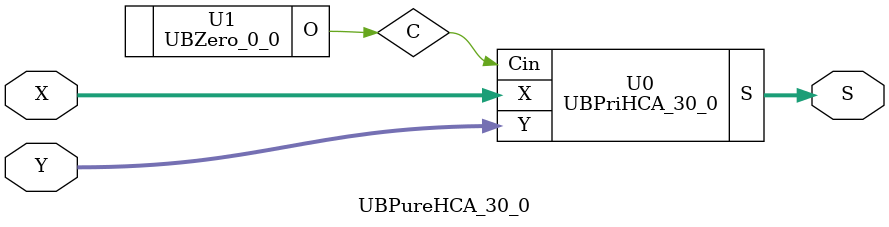
<source format=v>
/*----------------------------------------------------------------------------
  Copyright (c) 2021 Homma laboratory. All rights reserved.

  Top module: UBHCA_30_0_30_0

  Operand-1 length: 31
  Operand-2 length: 31
  Two-operand addition algorithm: Han-Carlson adder
----------------------------------------------------------------------------*/

module GPGenerator(Go, Po, A, B);
  output Go;
  output Po;
  input A;
  input B;
  assign Go = A & B;
  assign Po = A ^ B;
endmodule

module CarryOperator(Go, Po, Gi1, Pi1, Gi2, Pi2);
  output Go;
  output Po;
  input Gi1;
  input Gi2;
  input Pi1;
  input Pi2;
  assign Go = Gi1 | ( Gi2 & Pi1 );
  assign Po = Pi1 & Pi2;
endmodule

module UBPriHCA_30_0(S, X, Y, Cin);
  output [31:0] S;
  input Cin;
  input [30:0] X;
  input [30:0] Y;
  wire [30:0] G0;
  wire [30:0] G1;
  wire [30:0] G2;
  wire [30:0] G3;
  wire [30:0] G4;
  wire [30:0] G5;
  wire [30:0] G6;
  wire [30:0] P0;
  wire [30:0] P1;
  wire [30:0] P2;
  wire [30:0] P3;
  wire [30:0] P4;
  wire [30:0] P5;
  wire [30:0] P6;
  assign P1[0] = P0[0];
  assign G1[0] = G0[0];
  assign P1[2] = P0[2];
  assign G1[2] = G0[2];
  assign P1[4] = P0[4];
  assign G1[4] = G0[4];
  assign P1[6] = P0[6];
  assign G1[6] = G0[6];
  assign P1[8] = P0[8];
  assign G1[8] = G0[8];
  assign P1[10] = P0[10];
  assign G1[10] = G0[10];
  assign P1[12] = P0[12];
  assign G1[12] = G0[12];
  assign P1[14] = P0[14];
  assign G1[14] = G0[14];
  assign P1[16] = P0[16];
  assign G1[16] = G0[16];
  assign P1[18] = P0[18];
  assign G1[18] = G0[18];
  assign P1[20] = P0[20];
  assign G1[20] = G0[20];
  assign P1[22] = P0[22];
  assign G1[22] = G0[22];
  assign P1[24] = P0[24];
  assign G1[24] = G0[24];
  assign P1[26] = P0[26];
  assign G1[26] = G0[26];
  assign P1[28] = P0[28];
  assign G1[28] = G0[28];
  assign P1[30] = P0[30];
  assign G1[30] = G0[30];
  assign P2[0] = P1[0];
  assign G2[0] = G1[0];
  assign P2[1] = P1[1];
  assign G2[1] = G1[1];
  assign P2[2] = P1[2];
  assign G2[2] = G1[2];
  assign P2[4] = P1[4];
  assign G2[4] = G1[4];
  assign P2[6] = P1[6];
  assign G2[6] = G1[6];
  assign P2[8] = P1[8];
  assign G2[8] = G1[8];
  assign P2[10] = P1[10];
  assign G2[10] = G1[10];
  assign P2[12] = P1[12];
  assign G2[12] = G1[12];
  assign P2[14] = P1[14];
  assign G2[14] = G1[14];
  assign P2[16] = P1[16];
  assign G2[16] = G1[16];
  assign P2[18] = P1[18];
  assign G2[18] = G1[18];
  assign P2[20] = P1[20];
  assign G2[20] = G1[20];
  assign P2[22] = P1[22];
  assign G2[22] = G1[22];
  assign P2[24] = P1[24];
  assign G2[24] = G1[24];
  assign P2[26] = P1[26];
  assign G2[26] = G1[26];
  assign P2[28] = P1[28];
  assign G2[28] = G1[28];
  assign P2[30] = P1[30];
  assign G2[30] = G1[30];
  assign P3[0] = P2[0];
  assign G3[0] = G2[0];
  assign P3[1] = P2[1];
  assign G3[1] = G2[1];
  assign P3[2] = P2[2];
  assign G3[2] = G2[2];
  assign P3[3] = P2[3];
  assign G3[3] = G2[3];
  assign P3[4] = P2[4];
  assign G3[4] = G2[4];
  assign P3[6] = P2[6];
  assign G3[6] = G2[6];
  assign P3[8] = P2[8];
  assign G3[8] = G2[8];
  assign P3[10] = P2[10];
  assign G3[10] = G2[10];
  assign P3[12] = P2[12];
  assign G3[12] = G2[12];
  assign P3[14] = P2[14];
  assign G3[14] = G2[14];
  assign P3[16] = P2[16];
  assign G3[16] = G2[16];
  assign P3[18] = P2[18];
  assign G3[18] = G2[18];
  assign P3[20] = P2[20];
  assign G3[20] = G2[20];
  assign P3[22] = P2[22];
  assign G3[22] = G2[22];
  assign P3[24] = P2[24];
  assign G3[24] = G2[24];
  assign P3[26] = P2[26];
  assign G3[26] = G2[26];
  assign P3[28] = P2[28];
  assign G3[28] = G2[28];
  assign P3[30] = P2[30];
  assign G3[30] = G2[30];
  assign P4[0] = P3[0];
  assign G4[0] = G3[0];
  assign P4[1] = P3[1];
  assign G4[1] = G3[1];
  assign P4[2] = P3[2];
  assign G4[2] = G3[2];
  assign P4[3] = P3[3];
  assign G4[3] = G3[3];
  assign P4[4] = P3[4];
  assign G4[4] = G3[4];
  assign P4[5] = P3[5];
  assign G4[5] = G3[5];
  assign P4[6] = P3[6];
  assign G4[6] = G3[6];
  assign P4[7] = P3[7];
  assign G4[7] = G3[7];
  assign P4[8] = P3[8];
  assign G4[8] = G3[8];
  assign P4[10] = P3[10];
  assign G4[10] = G3[10];
  assign P4[12] = P3[12];
  assign G4[12] = G3[12];
  assign P4[14] = P3[14];
  assign G4[14] = G3[14];
  assign P4[16] = P3[16];
  assign G4[16] = G3[16];
  assign P4[18] = P3[18];
  assign G4[18] = G3[18];
  assign P4[20] = P3[20];
  assign G4[20] = G3[20];
  assign P4[22] = P3[22];
  assign G4[22] = G3[22];
  assign P4[24] = P3[24];
  assign G4[24] = G3[24];
  assign P4[26] = P3[26];
  assign G4[26] = G3[26];
  assign P4[28] = P3[28];
  assign G4[28] = G3[28];
  assign P4[30] = P3[30];
  assign G4[30] = G3[30];
  assign P5[0] = P4[0];
  assign G5[0] = G4[0];
  assign P5[1] = P4[1];
  assign G5[1] = G4[1];
  assign P5[2] = P4[2];
  assign G5[2] = G4[2];
  assign P5[3] = P4[3];
  assign G5[3] = G4[3];
  assign P5[4] = P4[4];
  assign G5[4] = G4[4];
  assign P5[5] = P4[5];
  assign G5[5] = G4[5];
  assign P5[6] = P4[6];
  assign G5[6] = G4[6];
  assign P5[7] = P4[7];
  assign G5[7] = G4[7];
  assign P5[8] = P4[8];
  assign G5[8] = G4[8];
  assign P5[9] = P4[9];
  assign G5[9] = G4[9];
  assign P5[10] = P4[10];
  assign G5[10] = G4[10];
  assign P5[11] = P4[11];
  assign G5[11] = G4[11];
  assign P5[12] = P4[12];
  assign G5[12] = G4[12];
  assign P5[13] = P4[13];
  assign G5[13] = G4[13];
  assign P5[14] = P4[14];
  assign G5[14] = G4[14];
  assign P5[15] = P4[15];
  assign G5[15] = G4[15];
  assign P5[16] = P4[16];
  assign G5[16] = G4[16];
  assign P5[18] = P4[18];
  assign G5[18] = G4[18];
  assign P5[20] = P4[20];
  assign G5[20] = G4[20];
  assign P5[22] = P4[22];
  assign G5[22] = G4[22];
  assign P5[24] = P4[24];
  assign G5[24] = G4[24];
  assign P5[26] = P4[26];
  assign G5[26] = G4[26];
  assign P5[28] = P4[28];
  assign G5[28] = G4[28];
  assign P5[30] = P4[30];
  assign G5[30] = G4[30];
  assign P6[0] = P5[0];
  assign G6[0] = G5[0];
  assign P6[1] = P5[1];
  assign G6[1] = G5[1];
  assign P6[3] = P5[3];
  assign G6[3] = G5[3];
  assign P6[5] = P5[5];
  assign G6[5] = G5[5];
  assign P6[7] = P5[7];
  assign G6[7] = G5[7];
  assign P6[9] = P5[9];
  assign G6[9] = G5[9];
  assign P6[11] = P5[11];
  assign G6[11] = G5[11];
  assign P6[13] = P5[13];
  assign G6[13] = G5[13];
  assign P6[15] = P5[15];
  assign G6[15] = G5[15];
  assign P6[17] = P5[17];
  assign G6[17] = G5[17];
  assign P6[19] = P5[19];
  assign G6[19] = G5[19];
  assign P6[21] = P5[21];
  assign G6[21] = G5[21];
  assign P6[23] = P5[23];
  assign G6[23] = G5[23];
  assign P6[25] = P5[25];
  assign G6[25] = G5[25];
  assign P6[27] = P5[27];
  assign G6[27] = G5[27];
  assign P6[29] = P5[29];
  assign G6[29] = G5[29];
  assign S[0] = Cin ^ P0[0];
  assign S[1] = ( G6[0] | ( P6[0] & Cin ) ) ^ P0[1];
  assign S[2] = ( G6[1] | ( P6[1] & Cin ) ) ^ P0[2];
  assign S[3] = ( G6[2] | ( P6[2] & Cin ) ) ^ P0[3];
  assign S[4] = ( G6[3] | ( P6[3] & Cin ) ) ^ P0[4];
  assign S[5] = ( G6[4] | ( P6[4] & Cin ) ) ^ P0[5];
  assign S[6] = ( G6[5] | ( P6[5] & Cin ) ) ^ P0[6];
  assign S[7] = ( G6[6] | ( P6[6] & Cin ) ) ^ P0[7];
  assign S[8] = ( G6[7] | ( P6[7] & Cin ) ) ^ P0[8];
  assign S[9] = ( G6[8] | ( P6[8] & Cin ) ) ^ P0[9];
  assign S[10] = ( G6[9] | ( P6[9] & Cin ) ) ^ P0[10];
  assign S[11] = ( G6[10] | ( P6[10] & Cin ) ) ^ P0[11];
  assign S[12] = ( G6[11] | ( P6[11] & Cin ) ) ^ P0[12];
  assign S[13] = ( G6[12] | ( P6[12] & Cin ) ) ^ P0[13];
  assign S[14] = ( G6[13] | ( P6[13] & Cin ) ) ^ P0[14];
  assign S[15] = ( G6[14] | ( P6[14] & Cin ) ) ^ P0[15];
  assign S[16] = ( G6[15] | ( P6[15] & Cin ) ) ^ P0[16];
  assign S[17] = ( G6[16] | ( P6[16] & Cin ) ) ^ P0[17];
  assign S[18] = ( G6[17] | ( P6[17] & Cin ) ) ^ P0[18];
  assign S[19] = ( G6[18] | ( P6[18] & Cin ) ) ^ P0[19];
  assign S[20] = ( G6[19] | ( P6[19] & Cin ) ) ^ P0[20];
  assign S[21] = ( G6[20] | ( P6[20] & Cin ) ) ^ P0[21];
  assign S[22] = ( G6[21] | ( P6[21] & Cin ) ) ^ P0[22];
  assign S[23] = ( G6[22] | ( P6[22] & Cin ) ) ^ P0[23];
  assign S[24] = ( G6[23] | ( P6[23] & Cin ) ) ^ P0[24];
  assign S[25] = ( G6[24] | ( P6[24] & Cin ) ) ^ P0[25];
  assign S[26] = ( G6[25] | ( P6[25] & Cin ) ) ^ P0[26];
  assign S[27] = ( G6[26] | ( P6[26] & Cin ) ) ^ P0[27];
  assign S[28] = ( G6[27] | ( P6[27] & Cin ) ) ^ P0[28];
  assign S[29] = ( G6[28] | ( P6[28] & Cin ) ) ^ P0[29];
  assign S[30] = ( G6[29] | ( P6[29] & Cin ) ) ^ P0[30];
  assign S[31] = G6[30] | ( P6[30] & Cin );
  GPGenerator U0 (G0[0], P0[0], X[0], Y[0]);
  GPGenerator U1 (G0[1], P0[1], X[1], Y[1]);
  GPGenerator U2 (G0[2], P0[2], X[2], Y[2]);
  GPGenerator U3 (G0[3], P0[3], X[3], Y[3]);
  GPGenerator U4 (G0[4], P0[4], X[4], Y[4]);
  GPGenerator U5 (G0[5], P0[5], X[5], Y[5]);
  GPGenerator U6 (G0[6], P0[6], X[6], Y[6]);
  GPGenerator U7 (G0[7], P0[7], X[7], Y[7]);
  GPGenerator U8 (G0[8], P0[8], X[8], Y[8]);
  GPGenerator U9 (G0[9], P0[9], X[9], Y[9]);
  GPGenerator U10 (G0[10], P0[10], X[10], Y[10]);
  GPGenerator U11 (G0[11], P0[11], X[11], Y[11]);
  GPGenerator U12 (G0[12], P0[12], X[12], Y[12]);
  GPGenerator U13 (G0[13], P0[13], X[13], Y[13]);
  GPGenerator U14 (G0[14], P0[14], X[14], Y[14]);
  GPGenerator U15 (G0[15], P0[15], X[15], Y[15]);
  GPGenerator U16 (G0[16], P0[16], X[16], Y[16]);
  GPGenerator U17 (G0[17], P0[17], X[17], Y[17]);
  GPGenerator U18 (G0[18], P0[18], X[18], Y[18]);
  GPGenerator U19 (G0[19], P0[19], X[19], Y[19]);
  GPGenerator U20 (G0[20], P0[20], X[20], Y[20]);
  GPGenerator U21 (G0[21], P0[21], X[21], Y[21]);
  GPGenerator U22 (G0[22], P0[22], X[22], Y[22]);
  GPGenerator U23 (G0[23], P0[23], X[23], Y[23]);
  GPGenerator U24 (G0[24], P0[24], X[24], Y[24]);
  GPGenerator U25 (G0[25], P0[25], X[25], Y[25]);
  GPGenerator U26 (G0[26], P0[26], X[26], Y[26]);
  GPGenerator U27 (G0[27], P0[27], X[27], Y[27]);
  GPGenerator U28 (G0[28], P0[28], X[28], Y[28]);
  GPGenerator U29 (G0[29], P0[29], X[29], Y[29]);
  GPGenerator U30 (G0[30], P0[30], X[30], Y[30]);
  CarryOperator U31 (G1[1], P1[1], G0[1], P0[1], G0[0], P0[0]);
  CarryOperator U32 (G1[3], P1[3], G0[3], P0[3], G0[2], P0[2]);
  CarryOperator U33 (G1[5], P1[5], G0[5], P0[5], G0[4], P0[4]);
  CarryOperator U34 (G1[7], P1[7], G0[7], P0[7], G0[6], P0[6]);
  CarryOperator U35 (G1[9], P1[9], G0[9], P0[9], G0[8], P0[8]);
  CarryOperator U36 (G1[11], P1[11], G0[11], P0[11], G0[10], P0[10]);
  CarryOperator U37 (G1[13], P1[13], G0[13], P0[13], G0[12], P0[12]);
  CarryOperator U38 (G1[15], P1[15], G0[15], P0[15], G0[14], P0[14]);
  CarryOperator U39 (G1[17], P1[17], G0[17], P0[17], G0[16], P0[16]);
  CarryOperator U40 (G1[19], P1[19], G0[19], P0[19], G0[18], P0[18]);
  CarryOperator U41 (G1[21], P1[21], G0[21], P0[21], G0[20], P0[20]);
  CarryOperator U42 (G1[23], P1[23], G0[23], P0[23], G0[22], P0[22]);
  CarryOperator U43 (G1[25], P1[25], G0[25], P0[25], G0[24], P0[24]);
  CarryOperator U44 (G1[27], P1[27], G0[27], P0[27], G0[26], P0[26]);
  CarryOperator U45 (G1[29], P1[29], G0[29], P0[29], G0[28], P0[28]);
  CarryOperator U46 (G2[3], P2[3], G1[3], P1[3], G1[1], P1[1]);
  CarryOperator U47 (G2[5], P2[5], G1[5], P1[5], G1[3], P1[3]);
  CarryOperator U48 (G2[7], P2[7], G1[7], P1[7], G1[5], P1[5]);
  CarryOperator U49 (G2[9], P2[9], G1[9], P1[9], G1[7], P1[7]);
  CarryOperator U50 (G2[11], P2[11], G1[11], P1[11], G1[9], P1[9]);
  CarryOperator U51 (G2[13], P2[13], G1[13], P1[13], G1[11], P1[11]);
  CarryOperator U52 (G2[15], P2[15], G1[15], P1[15], G1[13], P1[13]);
  CarryOperator U53 (G2[17], P2[17], G1[17], P1[17], G1[15], P1[15]);
  CarryOperator U54 (G2[19], P2[19], G1[19], P1[19], G1[17], P1[17]);
  CarryOperator U55 (G2[21], P2[21], G1[21], P1[21], G1[19], P1[19]);
  CarryOperator U56 (G2[23], P2[23], G1[23], P1[23], G1[21], P1[21]);
  CarryOperator U57 (G2[25], P2[25], G1[25], P1[25], G1[23], P1[23]);
  CarryOperator U58 (G2[27], P2[27], G1[27], P1[27], G1[25], P1[25]);
  CarryOperator U59 (G2[29], P2[29], G1[29], P1[29], G1[27], P1[27]);
  CarryOperator U60 (G3[5], P3[5], G2[5], P2[5], G2[1], P2[1]);
  CarryOperator U61 (G3[7], P3[7], G2[7], P2[7], G2[3], P2[3]);
  CarryOperator U62 (G3[9], P3[9], G2[9], P2[9], G2[5], P2[5]);
  CarryOperator U63 (G3[11], P3[11], G2[11], P2[11], G2[7], P2[7]);
  CarryOperator U64 (G3[13], P3[13], G2[13], P2[13], G2[9], P2[9]);
  CarryOperator U65 (G3[15], P3[15], G2[15], P2[15], G2[11], P2[11]);
  CarryOperator U66 (G3[17], P3[17], G2[17], P2[17], G2[13], P2[13]);
  CarryOperator U67 (G3[19], P3[19], G2[19], P2[19], G2[15], P2[15]);
  CarryOperator U68 (G3[21], P3[21], G2[21], P2[21], G2[17], P2[17]);
  CarryOperator U69 (G3[23], P3[23], G2[23], P2[23], G2[19], P2[19]);
  CarryOperator U70 (G3[25], P3[25], G2[25], P2[25], G2[21], P2[21]);
  CarryOperator U71 (G3[27], P3[27], G2[27], P2[27], G2[23], P2[23]);
  CarryOperator U72 (G3[29], P3[29], G2[29], P2[29], G2[25], P2[25]);
  CarryOperator U73 (G4[9], P4[9], G3[9], P3[9], G3[1], P3[1]);
  CarryOperator U74 (G4[11], P4[11], G3[11], P3[11], G3[3], P3[3]);
  CarryOperator U75 (G4[13], P4[13], G3[13], P3[13], G3[5], P3[5]);
  CarryOperator U76 (G4[15], P4[15], G3[15], P3[15], G3[7], P3[7]);
  CarryOperator U77 (G4[17], P4[17], G3[17], P3[17], G3[9], P3[9]);
  CarryOperator U78 (G4[19], P4[19], G3[19], P3[19], G3[11], P3[11]);
  CarryOperator U79 (G4[21], P4[21], G3[21], P3[21], G3[13], P3[13]);
  CarryOperator U80 (G4[23], P4[23], G3[23], P3[23], G3[15], P3[15]);
  CarryOperator U81 (G4[25], P4[25], G3[25], P3[25], G3[17], P3[17]);
  CarryOperator U82 (G4[27], P4[27], G3[27], P3[27], G3[19], P3[19]);
  CarryOperator U83 (G4[29], P4[29], G3[29], P3[29], G3[21], P3[21]);
  CarryOperator U84 (G5[17], P5[17], G4[17], P4[17], G4[1], P4[1]);
  CarryOperator U85 (G5[19], P5[19], G4[19], P4[19], G4[3], P4[3]);
  CarryOperator U86 (G5[21], P5[21], G4[21], P4[21], G4[5], P4[5]);
  CarryOperator U87 (G5[23], P5[23], G4[23], P4[23], G4[7], P4[7]);
  CarryOperator U88 (G5[25], P5[25], G4[25], P4[25], G4[9], P4[9]);
  CarryOperator U89 (G5[27], P5[27], G4[27], P4[27], G4[11], P4[11]);
  CarryOperator U90 (G5[29], P5[29], G4[29], P4[29], G4[13], P4[13]);
  CarryOperator U91 (G6[2], P6[2], G5[2], P5[2], G5[1], P5[1]);
  CarryOperator U92 (G6[4], P6[4], G5[4], P5[4], G5[3], P5[3]);
  CarryOperator U93 (G6[6], P6[6], G5[6], P5[6], G5[5], P5[5]);
  CarryOperator U94 (G6[8], P6[8], G5[8], P5[8], G5[7], P5[7]);
  CarryOperator U95 (G6[10], P6[10], G5[10], P5[10], G5[9], P5[9]);
  CarryOperator U96 (G6[12], P6[12], G5[12], P5[12], G5[11], P5[11]);
  CarryOperator U97 (G6[14], P6[14], G5[14], P5[14], G5[13], P5[13]);
  CarryOperator U98 (G6[16], P6[16], G5[16], P5[16], G5[15], P5[15]);
  CarryOperator U99 (G6[18], P6[18], G5[18], P5[18], G5[17], P5[17]);
  CarryOperator U100 (G6[20], P6[20], G5[20], P5[20], G5[19], P5[19]);
  CarryOperator U101 (G6[22], P6[22], G5[22], P5[22], G5[21], P5[21]);
  CarryOperator U102 (G6[24], P6[24], G5[24], P5[24], G5[23], P5[23]);
  CarryOperator U103 (G6[26], P6[26], G5[26], P5[26], G5[25], P5[25]);
  CarryOperator U104 (G6[28], P6[28], G5[28], P5[28], G5[27], P5[27]);
  CarryOperator U105 (G6[30], P6[30], G5[30], P5[30], G5[29], P5[29]);
endmodule

module UBZero_0_0(O);
  output [0:0] O;
  assign O[0] = 0;
endmodule

module UBHCA_30_0_30_0 (S, X, Y);
  output [31:0] S;
  input [30:0] X;
  input [30:0] Y;
  UBPureHCA_30_0 U0 (S[31:0], X[30:0], Y[30:0]);
endmodule

module UBPureHCA_30_0 (S, X, Y);
  output [31:0] S;
  input [30:0] X;
  input [30:0] Y;
  wire C;
  UBPriHCA_30_0 U0 (S, X, Y, C);
  UBZero_0_0 U1 (C);
endmodule


</source>
